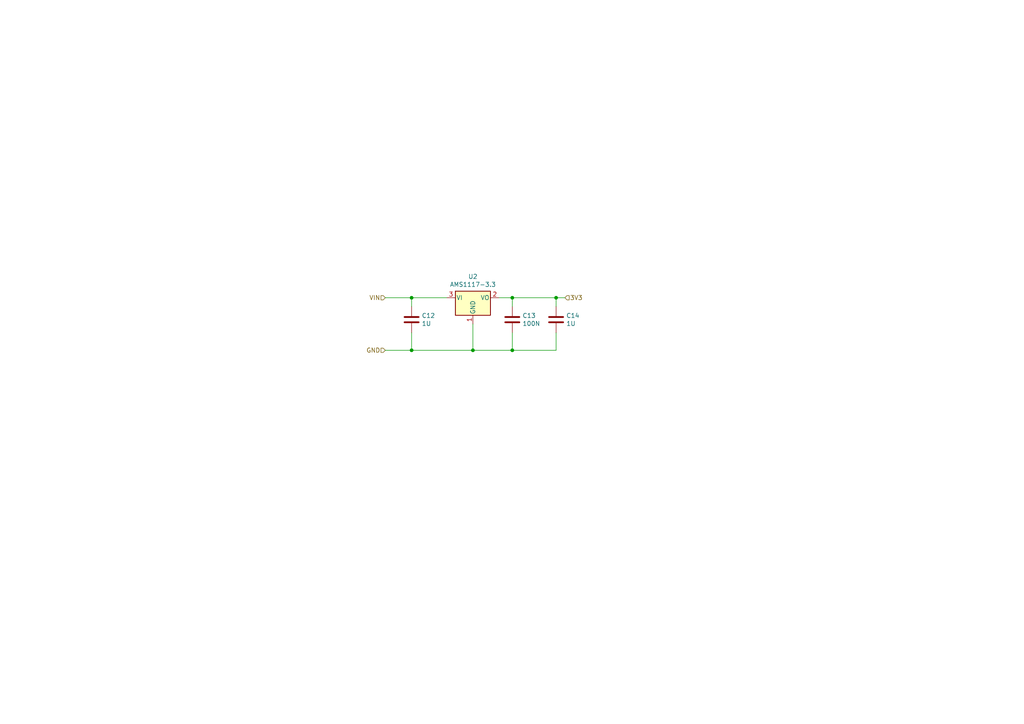
<source format=kicad_sch>
(kicad_sch (version 20211123) (generator eeschema)
  (paper "A4")
  (lib_symbols
    (symbol "Device:C" (pin_numbers hide) (pin_names (offset 0.254))
      (property "Reference" "C" (at 0.635 2.54 0))
      (property "Value" "C" (at 0.635 -2.54 0))
      (symbol "C_0_1"
        (polyline (pts (xy -2.032 -0.762) (xy 2.032 -0.762)) (stroke (width 0.508)))
        (polyline (pts (xy -2.032 0.762) (xy 2.032 0.762)) (stroke (width 0.508)))
      )
      (symbol "C_1_1"
        (pin passive line (at 0 3.81 270) (length 2.794) (name "~") (number "1"))
        (pin passive line (at 0 -3.81 90) (length 2.794) (name "~") (number "2"))
      )
    )
    (symbol "Regulator_Linear:AMS1117-3.3" (pin_names (offset 0.254))
      (property "Reference" "U" (at -3.81 3.175 0))
      (property "Value" "AMS1117-3.3" (at 0 3.175 0))
      (symbol "AMS1117-3.3_0_1"
        (rectangle (start -5.08 -5.08) (end 5.08 1.905) (stroke (width 0.254)) (fill (type background)))
      )
      (symbol "AMS1117-3.3_1_1"
        (pin power_in line (at 0 -7.62 90) (length 2.54) (name "GND") (number "1"))
        (pin power_out line (at 7.62 0 180) (length 2.54) (name "VO") (number "2"))
        (pin power_in line (at -7.62 0 0) (length 2.54) (name "VI") (number "3"))
      )
    )
  )
  (junction (at 148.59 86.36))
  (junction (at 119.38 101.6))
  (junction (at 148.59 101.6))
  (junction (at 119.38 86.36))
  (junction (at 161.29 86.36))
  (junction (at 137.16 101.6))
  (wire (pts (xy 163.83 86.36) (xy 161.29 86.36)))
  (wire (pts (xy 161.29 88.9) (xy 161.29 86.36)))
  (wire (pts (xy 119.38 88.9) (xy 119.38 86.36)))
  (wire (pts (xy 119.38 101.6) (xy 119.38 96.52)))
  (wire (pts (xy 161.29 86.36) (xy 148.59 86.36)))
  (wire (pts (xy 119.38 86.36) (xy 111.76 86.36)))
  (wire (pts (xy 148.59 86.36) (xy 144.78 86.36)))
  (wire (pts (xy 119.38 101.6) (xy 137.16 101.6)))
  (wire (pts (xy 148.59 101.6) (xy 148.59 96.52)))
  (wire (pts (xy 161.29 96.52) (xy 161.29 101.6)))
  (wire (pts (xy 137.16 101.6) (xy 137.16 93.98)))
  (wire (pts (xy 148.59 86.36) (xy 148.59 88.9)))
  (wire (pts (xy 111.76 101.6) (xy 119.38 101.6)))
  (wire (pts (xy 137.16 101.6) (xy 148.59 101.6)))
  (wire (pts (xy 119.38 86.36) (xy 129.54 86.36)))
  (wire (pts (xy 161.29 101.6) (xy 148.59 101.6)))
  (hierarchical_label "3V3" (shape input) (at 163.83 86.36 0))
  (hierarchical_label "GND" (shape input) (at 111.76 101.6 180))
  (hierarchical_label "VIN" (shape input) (at 111.76 86.36 180))
  (symbol (lib_id "Device:C") (at 119.38 92.71 0) (unit 1)
    (property "Reference" "C12" (at 122.301 91.5416 0) (effects (justify left)))
    (property "Value" "1U" (at 122.301 93.853 0) (effects (justify left)))
    (property "Footprint" "Capacitor_SMD:C_0603_1608Metric" (effects hide))
  )
  (symbol (lib_id "Device:C") (at 148.59 92.71 0) (unit 1)
    (property "Reference" "C13" (at 151.511 91.5416 0) (effects (justify left)))
    (property "Value" "100N" (at 151.511 93.853 0) (effects (justify left)))
    (property "Footprint" "Capacitor_SMD:C_0603_1608Metric" (effects hide))
  )
  (symbol (lib_id "Device:C") (at 161.29 92.71 0) (unit 1)
    (property "Reference" "C14" (at 164.211 91.5416 0) (effects (justify left)))
    (property "Value" "1U" (at 164.211 93.853 0) (effects (justify left)))
    (property "Footprint" "Capacitor_SMD:C_0603_1608Metric" (effects hide))
  )
  (symbol (lib_id "Regulator_Linear:AMS1117-3.3") (at 137.16 86.36 0) (unit 1)
    (property "Reference" "U2" (at 137.16 80.2132 0))
    (property "Value" "AMS1117-3.3" (at 137.16 82.5246 0))
    (property "Footprint" "Package_TO_SOT_SMD:SOT-223-3_TabPin2" (effects hide))
    (property "Datasheet" "http://www.advanced-monolithic.com/pdf/ds1117.pdf" (effects hide))
  )
)
</source>
